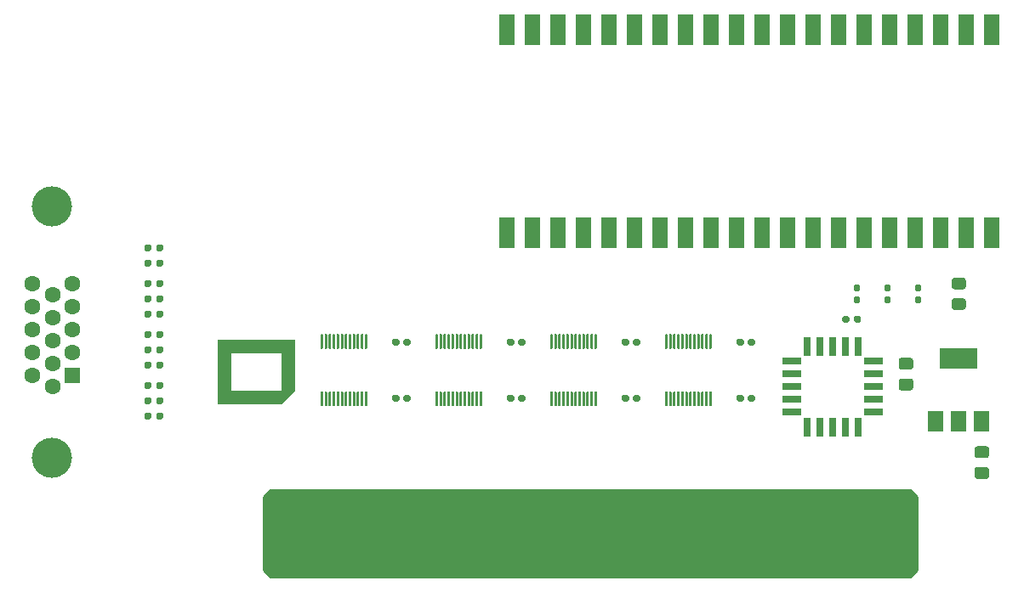
<source format=gts>
%TF.GenerationSoftware,KiCad,Pcbnew,(5.1.10)-1*%
%TF.CreationDate,2022-11-27T19:39:58-05:00*%
%TF.ProjectId,AppleII-Pico,4170706c-6549-4492-9d50-69636f2e6b69,rev?*%
%TF.SameCoordinates,Original*%
%TF.FileFunction,Soldermask,Top*%
%TF.FilePolarity,Negative*%
%FSLAX46Y46*%
G04 Gerber Fmt 4.6, Leading zero omitted, Abs format (unit mm)*
G04 Created by KiCad (PCBNEW (5.1.10)-1) date 2022-11-27 19:39:58*
%MOMM*%
%LPD*%
G01*
G04 APERTURE LIST*
%ADD10C,0.100000*%
%ADD11R,1.600000X3.100000*%
%ADD12R,1.500000X2.000000*%
%ADD13R,3.800000X2.000000*%
%ADD14R,1.925000X0.700000*%
%ADD15R,0.700000X1.925000*%
%ADD16C,4.000000*%
%ADD17C,1.600000*%
%ADD18R,1.600000X1.600000*%
%ADD19R,1.400000X8.000000*%
%ADD20C,0.254000*%
G04 APERTURE END LIST*
D10*
G36*
X112633000Y-115908000D02*
G01*
X111363000Y-115908000D01*
X111363000Y-112098000D01*
X112633000Y-110828000D01*
X112633000Y-115908000D01*
G37*
X112633000Y-115908000D02*
X111363000Y-115908000D01*
X111363000Y-112098000D01*
X112633000Y-110828000D01*
X112633000Y-115908000D01*
G36*
X111363000Y-117178000D02*
G01*
X105013000Y-117178000D01*
X106283000Y-115908000D01*
X112633000Y-115908000D01*
X111363000Y-117178000D01*
G37*
X111363000Y-117178000D02*
X105013000Y-117178000D01*
X106283000Y-115908000D01*
X112633000Y-115908000D01*
X111363000Y-117178000D01*
G36*
X106283000Y-112098000D02*
G01*
X106283000Y-115908000D01*
X105013000Y-117178000D01*
X105013000Y-110828000D01*
X106283000Y-112098000D01*
G37*
X106283000Y-112098000D02*
X106283000Y-115908000D01*
X105013000Y-117178000D01*
X105013000Y-110828000D01*
X106283000Y-112098000D01*
G36*
X111363000Y-112098000D02*
G01*
X106283000Y-112098000D01*
X105013000Y-110828000D01*
X112633000Y-110828000D01*
X111363000Y-112098000D01*
G37*
X111363000Y-112098000D02*
X106283000Y-112098000D01*
X105013000Y-110828000D01*
X112633000Y-110828000D01*
X111363000Y-112098000D01*
D11*
%TO.C,U6*%
X133842000Y-79900000D03*
X182102000Y-100160000D03*
X136382000Y-79900000D03*
X179562000Y-100160000D03*
X138922000Y-79900000D03*
X177022000Y-100160000D03*
X141462000Y-79900000D03*
X174482000Y-100160000D03*
X144002000Y-79900000D03*
X171942000Y-100160000D03*
X146542000Y-79900000D03*
X169402000Y-100160000D03*
X149082000Y-79900000D03*
X166862000Y-100160000D03*
X151622000Y-79900000D03*
X164322000Y-100160000D03*
X154162000Y-79900000D03*
X161782000Y-100160000D03*
X156702000Y-79900000D03*
X159242000Y-100160000D03*
X159242000Y-79900000D03*
X156702000Y-100160000D03*
X161782000Y-79900000D03*
X154162000Y-100160000D03*
X164322000Y-79900000D03*
X151622000Y-100160000D03*
X166862000Y-79900000D03*
X149082000Y-100160000D03*
X169402000Y-79900000D03*
X146542000Y-100160000D03*
X171942000Y-79900000D03*
X144002000Y-100160000D03*
X174482000Y-79900000D03*
X141462000Y-100160000D03*
X177022000Y-79900000D03*
X138922000Y-100160000D03*
X179562000Y-79900000D03*
X136382000Y-100160000D03*
X182102000Y-79900000D03*
X133842000Y-100160000D03*
%TD*%
%TO.C,C11*%
G36*
G01*
X180611000Y-123529500D02*
X181561000Y-123529500D01*
G75*
G02*
X181811000Y-123779500I0J-250000D01*
G01*
X181811000Y-124454500D01*
G75*
G02*
X181561000Y-124704500I-250000J0D01*
G01*
X180611000Y-124704500D01*
G75*
G02*
X180361000Y-124454500I0J250000D01*
G01*
X180361000Y-123779500D01*
G75*
G02*
X180611000Y-123529500I250000J0D01*
G01*
G37*
G36*
G01*
X180611000Y-121454500D02*
X181561000Y-121454500D01*
G75*
G02*
X181811000Y-121704500I0J-250000D01*
G01*
X181811000Y-122379500D01*
G75*
G02*
X181561000Y-122629500I-250000J0D01*
G01*
X180611000Y-122629500D01*
G75*
G02*
X180361000Y-122379500I0J250000D01*
G01*
X180361000Y-121704500D01*
G75*
G02*
X180611000Y-121454500I250000J0D01*
G01*
G37*
%TD*%
%TO.C,C10*%
G36*
G01*
X173054500Y-114707000D02*
X174004500Y-114707000D01*
G75*
G02*
X174254500Y-114957000I0J-250000D01*
G01*
X174254500Y-115632000D01*
G75*
G02*
X174004500Y-115882000I-250000J0D01*
G01*
X173054500Y-115882000D01*
G75*
G02*
X172804500Y-115632000I0J250000D01*
G01*
X172804500Y-114957000D01*
G75*
G02*
X173054500Y-114707000I250000J0D01*
G01*
G37*
G36*
G01*
X173054500Y-112632000D02*
X174004500Y-112632000D01*
G75*
G02*
X174254500Y-112882000I0J-250000D01*
G01*
X174254500Y-113557000D01*
G75*
G02*
X174004500Y-113807000I-250000J0D01*
G01*
X173054500Y-113807000D01*
G75*
G02*
X172804500Y-113557000I0J250000D01*
G01*
X172804500Y-112882000D01*
G75*
G02*
X173054500Y-112632000I250000J0D01*
G01*
G37*
%TD*%
D12*
%TO.C,U7*%
X176465000Y-118984000D03*
X181065000Y-118984000D03*
X178765000Y-118984000D03*
D13*
X178765000Y-112684000D03*
%TD*%
D14*
%TO.C,U5*%
X170279500Y-112987000D03*
X170279500Y-114257000D03*
X170279500Y-115527000D03*
X170279500Y-116797000D03*
X170279500Y-118067000D03*
D15*
X168767000Y-119579500D03*
X167497000Y-119579500D03*
X166227000Y-119579500D03*
X164957000Y-119579500D03*
X163687000Y-119579500D03*
D14*
X162174500Y-118067000D03*
X162174500Y-116797000D03*
X162174500Y-115527000D03*
X162174500Y-114257000D03*
X162174500Y-112987000D03*
D15*
X168767000Y-111474500D03*
X167497000Y-111474500D03*
X163687000Y-111474500D03*
X164957000Y-111474500D03*
X166227000Y-111474500D03*
%TD*%
%TO.C,C9*%
G36*
G01*
X168332000Y-108951000D02*
X168332000Y-108641000D01*
G75*
G02*
X168487000Y-108486000I155000J0D01*
G01*
X168912000Y-108486000D01*
G75*
G02*
X169067000Y-108641000I0J-155000D01*
G01*
X169067000Y-108951000D01*
G75*
G02*
X168912000Y-109106000I-155000J0D01*
G01*
X168487000Y-109106000D01*
G75*
G02*
X168332000Y-108951000I0J155000D01*
G01*
G37*
G36*
G01*
X167197000Y-108951000D02*
X167197000Y-108641000D01*
G75*
G02*
X167352000Y-108486000I155000J0D01*
G01*
X167777000Y-108486000D01*
G75*
G02*
X167932000Y-108641000I0J-155000D01*
G01*
X167932000Y-108951000D01*
G75*
G02*
X167777000Y-109106000I-155000J0D01*
G01*
X167352000Y-109106000D01*
G75*
G02*
X167197000Y-108951000I0J155000D01*
G01*
G37*
%TD*%
%TO.C,C8*%
G36*
G01*
X157791000Y-111237000D02*
X157791000Y-110927000D01*
G75*
G02*
X157946000Y-110772000I155000J0D01*
G01*
X158371000Y-110772000D01*
G75*
G02*
X158526000Y-110927000I0J-155000D01*
G01*
X158526000Y-111237000D01*
G75*
G02*
X158371000Y-111392000I-155000J0D01*
G01*
X157946000Y-111392000D01*
G75*
G02*
X157791000Y-111237000I0J155000D01*
G01*
G37*
G36*
G01*
X156656000Y-111237000D02*
X156656000Y-110927000D01*
G75*
G02*
X156811000Y-110772000I155000J0D01*
G01*
X157236000Y-110772000D01*
G75*
G02*
X157391000Y-110927000I0J-155000D01*
G01*
X157391000Y-111237000D01*
G75*
G02*
X157236000Y-111392000I-155000J0D01*
G01*
X156811000Y-111392000D01*
G75*
G02*
X156656000Y-111237000I0J155000D01*
G01*
G37*
%TD*%
%TO.C,C7*%
G36*
G01*
X157791000Y-116825000D02*
X157791000Y-116515000D01*
G75*
G02*
X157946000Y-116360000I155000J0D01*
G01*
X158371000Y-116360000D01*
G75*
G02*
X158526000Y-116515000I0J-155000D01*
G01*
X158526000Y-116825000D01*
G75*
G02*
X158371000Y-116980000I-155000J0D01*
G01*
X157946000Y-116980000D01*
G75*
G02*
X157791000Y-116825000I0J155000D01*
G01*
G37*
G36*
G01*
X156656000Y-116825000D02*
X156656000Y-116515000D01*
G75*
G02*
X156811000Y-116360000I155000J0D01*
G01*
X157236000Y-116360000D01*
G75*
G02*
X157391000Y-116515000I0J-155000D01*
G01*
X157391000Y-116825000D01*
G75*
G02*
X157236000Y-116980000I-155000J0D01*
G01*
X156811000Y-116980000D01*
G75*
G02*
X156656000Y-116825000I0J155000D01*
G01*
G37*
%TD*%
%TO.C,C6*%
G36*
G01*
X146361000Y-111237000D02*
X146361000Y-110927000D01*
G75*
G02*
X146516000Y-110772000I155000J0D01*
G01*
X146941000Y-110772000D01*
G75*
G02*
X147096000Y-110927000I0J-155000D01*
G01*
X147096000Y-111237000D01*
G75*
G02*
X146941000Y-111392000I-155000J0D01*
G01*
X146516000Y-111392000D01*
G75*
G02*
X146361000Y-111237000I0J155000D01*
G01*
G37*
G36*
G01*
X145226000Y-111237000D02*
X145226000Y-110927000D01*
G75*
G02*
X145381000Y-110772000I155000J0D01*
G01*
X145806000Y-110772000D01*
G75*
G02*
X145961000Y-110927000I0J-155000D01*
G01*
X145961000Y-111237000D01*
G75*
G02*
X145806000Y-111392000I-155000J0D01*
G01*
X145381000Y-111392000D01*
G75*
G02*
X145226000Y-111237000I0J155000D01*
G01*
G37*
%TD*%
%TO.C,C5*%
G36*
G01*
X146361000Y-116825000D02*
X146361000Y-116515000D01*
G75*
G02*
X146516000Y-116360000I155000J0D01*
G01*
X146941000Y-116360000D01*
G75*
G02*
X147096000Y-116515000I0J-155000D01*
G01*
X147096000Y-116825000D01*
G75*
G02*
X146941000Y-116980000I-155000J0D01*
G01*
X146516000Y-116980000D01*
G75*
G02*
X146361000Y-116825000I0J155000D01*
G01*
G37*
G36*
G01*
X145226000Y-116825000D02*
X145226000Y-116515000D01*
G75*
G02*
X145381000Y-116360000I155000J0D01*
G01*
X145806000Y-116360000D01*
G75*
G02*
X145961000Y-116515000I0J-155000D01*
G01*
X145961000Y-116825000D01*
G75*
G02*
X145806000Y-116980000I-155000J0D01*
G01*
X145381000Y-116980000D01*
G75*
G02*
X145226000Y-116825000I0J155000D01*
G01*
G37*
%TD*%
%TO.C,C4*%
G36*
G01*
X134931000Y-111237000D02*
X134931000Y-110927000D01*
G75*
G02*
X135086000Y-110772000I155000J0D01*
G01*
X135511000Y-110772000D01*
G75*
G02*
X135666000Y-110927000I0J-155000D01*
G01*
X135666000Y-111237000D01*
G75*
G02*
X135511000Y-111392000I-155000J0D01*
G01*
X135086000Y-111392000D01*
G75*
G02*
X134931000Y-111237000I0J155000D01*
G01*
G37*
G36*
G01*
X133796000Y-111237000D02*
X133796000Y-110927000D01*
G75*
G02*
X133951000Y-110772000I155000J0D01*
G01*
X134376000Y-110772000D01*
G75*
G02*
X134531000Y-110927000I0J-155000D01*
G01*
X134531000Y-111237000D01*
G75*
G02*
X134376000Y-111392000I-155000J0D01*
G01*
X133951000Y-111392000D01*
G75*
G02*
X133796000Y-111237000I0J155000D01*
G01*
G37*
%TD*%
%TO.C,C3*%
G36*
G01*
X134931000Y-116825000D02*
X134931000Y-116515000D01*
G75*
G02*
X135086000Y-116360000I155000J0D01*
G01*
X135511000Y-116360000D01*
G75*
G02*
X135666000Y-116515000I0J-155000D01*
G01*
X135666000Y-116825000D01*
G75*
G02*
X135511000Y-116980000I-155000J0D01*
G01*
X135086000Y-116980000D01*
G75*
G02*
X134931000Y-116825000I0J155000D01*
G01*
G37*
G36*
G01*
X133796000Y-116825000D02*
X133796000Y-116515000D01*
G75*
G02*
X133951000Y-116360000I155000J0D01*
G01*
X134376000Y-116360000D01*
G75*
G02*
X134531000Y-116515000I0J-155000D01*
G01*
X134531000Y-116825000D01*
G75*
G02*
X134376000Y-116980000I-155000J0D01*
G01*
X133951000Y-116980000D01*
G75*
G02*
X133796000Y-116825000I0J155000D01*
G01*
G37*
%TD*%
%TO.C,C2*%
G36*
G01*
X123501000Y-111237000D02*
X123501000Y-110927000D01*
G75*
G02*
X123656000Y-110772000I155000J0D01*
G01*
X124081000Y-110772000D01*
G75*
G02*
X124236000Y-110927000I0J-155000D01*
G01*
X124236000Y-111237000D01*
G75*
G02*
X124081000Y-111392000I-155000J0D01*
G01*
X123656000Y-111392000D01*
G75*
G02*
X123501000Y-111237000I0J155000D01*
G01*
G37*
G36*
G01*
X122366000Y-111237000D02*
X122366000Y-110927000D01*
G75*
G02*
X122521000Y-110772000I155000J0D01*
G01*
X122946000Y-110772000D01*
G75*
G02*
X123101000Y-110927000I0J-155000D01*
G01*
X123101000Y-111237000D01*
G75*
G02*
X122946000Y-111392000I-155000J0D01*
G01*
X122521000Y-111392000D01*
G75*
G02*
X122366000Y-111237000I0J155000D01*
G01*
G37*
%TD*%
%TO.C,C1*%
G36*
G01*
X123501000Y-116825000D02*
X123501000Y-116515000D01*
G75*
G02*
X123656000Y-116360000I155000J0D01*
G01*
X124081000Y-116360000D01*
G75*
G02*
X124236000Y-116515000I0J-155000D01*
G01*
X124236000Y-116825000D01*
G75*
G02*
X124081000Y-116980000I-155000J0D01*
G01*
X123656000Y-116980000D01*
G75*
G02*
X123501000Y-116825000I0J155000D01*
G01*
G37*
G36*
G01*
X122366000Y-116825000D02*
X122366000Y-116515000D01*
G75*
G02*
X122521000Y-116360000I155000J0D01*
G01*
X122946000Y-116360000D01*
G75*
G02*
X123101000Y-116515000I0J-155000D01*
G01*
X123101000Y-116825000D01*
G75*
G02*
X122946000Y-116980000I-155000J0D01*
G01*
X122521000Y-116980000D01*
G75*
G02*
X122366000Y-116825000I0J155000D01*
G01*
G37*
%TD*%
%TO.C,D1*%
G36*
G01*
X178349999Y-106706000D02*
X179250001Y-106706000D01*
G75*
G02*
X179500000Y-106955999I0J-249999D01*
G01*
X179500000Y-107606001D01*
G75*
G02*
X179250001Y-107856000I-249999J0D01*
G01*
X178349999Y-107856000D01*
G75*
G02*
X178100000Y-107606001I0J249999D01*
G01*
X178100000Y-106955999D01*
G75*
G02*
X178349999Y-106706000I249999J0D01*
G01*
G37*
G36*
G01*
X178349999Y-104656000D02*
X179250001Y-104656000D01*
G75*
G02*
X179500000Y-104905999I0J-249999D01*
G01*
X179500000Y-105556001D01*
G75*
G02*
X179250001Y-105806000I-249999J0D01*
G01*
X178349999Y-105806000D01*
G75*
G02*
X178100000Y-105556001I0J249999D01*
G01*
X178100000Y-104905999D01*
G75*
G02*
X178349999Y-104656000I249999J0D01*
G01*
G37*
%TD*%
D16*
%TO.C,J2*%
X88485000Y-122569000D03*
X88485000Y-97569000D03*
D17*
X86575000Y-105224000D03*
X86575000Y-107514000D03*
X86575000Y-109804000D03*
X86575000Y-112094000D03*
X86575000Y-114384000D03*
X88555000Y-106369000D03*
X88555000Y-108659000D03*
X88555000Y-110949000D03*
X88555000Y-113239000D03*
X88555000Y-115529000D03*
X90535000Y-105224000D03*
X90535000Y-107514000D03*
X90535000Y-109804000D03*
X90535000Y-112094000D03*
D18*
X90535000Y-114384000D03*
%TD*%
%TO.C,U4*%
G36*
G01*
X154013500Y-116001000D02*
X154138500Y-116001000D01*
G75*
G02*
X154201000Y-116063500I0J-62500D01*
G01*
X154201000Y-117413500D01*
G75*
G02*
X154138500Y-117476000I-62500J0D01*
G01*
X154013500Y-117476000D01*
G75*
G02*
X153951000Y-117413500I0J62500D01*
G01*
X153951000Y-116063500D01*
G75*
G02*
X154013500Y-116001000I62500J0D01*
G01*
G37*
G36*
G01*
X153613500Y-116001000D02*
X153738500Y-116001000D01*
G75*
G02*
X153801000Y-116063500I0J-62500D01*
G01*
X153801000Y-117413500D01*
G75*
G02*
X153738500Y-117476000I-62500J0D01*
G01*
X153613500Y-117476000D01*
G75*
G02*
X153551000Y-117413500I0J62500D01*
G01*
X153551000Y-116063500D01*
G75*
G02*
X153613500Y-116001000I62500J0D01*
G01*
G37*
G36*
G01*
X153213500Y-116001000D02*
X153338500Y-116001000D01*
G75*
G02*
X153401000Y-116063500I0J-62500D01*
G01*
X153401000Y-117413500D01*
G75*
G02*
X153338500Y-117476000I-62500J0D01*
G01*
X153213500Y-117476000D01*
G75*
G02*
X153151000Y-117413500I0J62500D01*
G01*
X153151000Y-116063500D01*
G75*
G02*
X153213500Y-116001000I62500J0D01*
G01*
G37*
G36*
G01*
X152813500Y-116001000D02*
X152938500Y-116001000D01*
G75*
G02*
X153001000Y-116063500I0J-62500D01*
G01*
X153001000Y-117413500D01*
G75*
G02*
X152938500Y-117476000I-62500J0D01*
G01*
X152813500Y-117476000D01*
G75*
G02*
X152751000Y-117413500I0J62500D01*
G01*
X152751000Y-116063500D01*
G75*
G02*
X152813500Y-116001000I62500J0D01*
G01*
G37*
G36*
G01*
X152413500Y-116001000D02*
X152538500Y-116001000D01*
G75*
G02*
X152601000Y-116063500I0J-62500D01*
G01*
X152601000Y-117413500D01*
G75*
G02*
X152538500Y-117476000I-62500J0D01*
G01*
X152413500Y-117476000D01*
G75*
G02*
X152351000Y-117413500I0J62500D01*
G01*
X152351000Y-116063500D01*
G75*
G02*
X152413500Y-116001000I62500J0D01*
G01*
G37*
G36*
G01*
X152013500Y-116001000D02*
X152138500Y-116001000D01*
G75*
G02*
X152201000Y-116063500I0J-62500D01*
G01*
X152201000Y-117413500D01*
G75*
G02*
X152138500Y-117476000I-62500J0D01*
G01*
X152013500Y-117476000D01*
G75*
G02*
X151951000Y-117413500I0J62500D01*
G01*
X151951000Y-116063500D01*
G75*
G02*
X152013500Y-116001000I62500J0D01*
G01*
G37*
G36*
G01*
X151613500Y-116001000D02*
X151738500Y-116001000D01*
G75*
G02*
X151801000Y-116063500I0J-62500D01*
G01*
X151801000Y-117413500D01*
G75*
G02*
X151738500Y-117476000I-62500J0D01*
G01*
X151613500Y-117476000D01*
G75*
G02*
X151551000Y-117413500I0J62500D01*
G01*
X151551000Y-116063500D01*
G75*
G02*
X151613500Y-116001000I62500J0D01*
G01*
G37*
G36*
G01*
X151213500Y-116001000D02*
X151338500Y-116001000D01*
G75*
G02*
X151401000Y-116063500I0J-62500D01*
G01*
X151401000Y-117413500D01*
G75*
G02*
X151338500Y-117476000I-62500J0D01*
G01*
X151213500Y-117476000D01*
G75*
G02*
X151151000Y-117413500I0J62500D01*
G01*
X151151000Y-116063500D01*
G75*
G02*
X151213500Y-116001000I62500J0D01*
G01*
G37*
G36*
G01*
X150813500Y-116001000D02*
X150938500Y-116001000D01*
G75*
G02*
X151001000Y-116063500I0J-62500D01*
G01*
X151001000Y-117413500D01*
G75*
G02*
X150938500Y-117476000I-62500J0D01*
G01*
X150813500Y-117476000D01*
G75*
G02*
X150751000Y-117413500I0J62500D01*
G01*
X150751000Y-116063500D01*
G75*
G02*
X150813500Y-116001000I62500J0D01*
G01*
G37*
G36*
G01*
X150413500Y-116001000D02*
X150538500Y-116001000D01*
G75*
G02*
X150601000Y-116063500I0J-62500D01*
G01*
X150601000Y-117413500D01*
G75*
G02*
X150538500Y-117476000I-62500J0D01*
G01*
X150413500Y-117476000D01*
G75*
G02*
X150351000Y-117413500I0J62500D01*
G01*
X150351000Y-116063500D01*
G75*
G02*
X150413500Y-116001000I62500J0D01*
G01*
G37*
G36*
G01*
X150013500Y-116001000D02*
X150138500Y-116001000D01*
G75*
G02*
X150201000Y-116063500I0J-62500D01*
G01*
X150201000Y-117413500D01*
G75*
G02*
X150138500Y-117476000I-62500J0D01*
G01*
X150013500Y-117476000D01*
G75*
G02*
X149951000Y-117413500I0J62500D01*
G01*
X149951000Y-116063500D01*
G75*
G02*
X150013500Y-116001000I62500J0D01*
G01*
G37*
G36*
G01*
X149613500Y-116001000D02*
X149738500Y-116001000D01*
G75*
G02*
X149801000Y-116063500I0J-62500D01*
G01*
X149801000Y-117413500D01*
G75*
G02*
X149738500Y-117476000I-62500J0D01*
G01*
X149613500Y-117476000D01*
G75*
G02*
X149551000Y-117413500I0J62500D01*
G01*
X149551000Y-116063500D01*
G75*
G02*
X149613500Y-116001000I62500J0D01*
G01*
G37*
G36*
G01*
X149613500Y-110276000D02*
X149738500Y-110276000D01*
G75*
G02*
X149801000Y-110338500I0J-62500D01*
G01*
X149801000Y-111688500D01*
G75*
G02*
X149738500Y-111751000I-62500J0D01*
G01*
X149613500Y-111751000D01*
G75*
G02*
X149551000Y-111688500I0J62500D01*
G01*
X149551000Y-110338500D01*
G75*
G02*
X149613500Y-110276000I62500J0D01*
G01*
G37*
G36*
G01*
X150013500Y-110276000D02*
X150138500Y-110276000D01*
G75*
G02*
X150201000Y-110338500I0J-62500D01*
G01*
X150201000Y-111688500D01*
G75*
G02*
X150138500Y-111751000I-62500J0D01*
G01*
X150013500Y-111751000D01*
G75*
G02*
X149951000Y-111688500I0J62500D01*
G01*
X149951000Y-110338500D01*
G75*
G02*
X150013500Y-110276000I62500J0D01*
G01*
G37*
G36*
G01*
X150413500Y-110276000D02*
X150538500Y-110276000D01*
G75*
G02*
X150601000Y-110338500I0J-62500D01*
G01*
X150601000Y-111688500D01*
G75*
G02*
X150538500Y-111751000I-62500J0D01*
G01*
X150413500Y-111751000D01*
G75*
G02*
X150351000Y-111688500I0J62500D01*
G01*
X150351000Y-110338500D01*
G75*
G02*
X150413500Y-110276000I62500J0D01*
G01*
G37*
G36*
G01*
X150813500Y-110276000D02*
X150938500Y-110276000D01*
G75*
G02*
X151001000Y-110338500I0J-62500D01*
G01*
X151001000Y-111688500D01*
G75*
G02*
X150938500Y-111751000I-62500J0D01*
G01*
X150813500Y-111751000D01*
G75*
G02*
X150751000Y-111688500I0J62500D01*
G01*
X150751000Y-110338500D01*
G75*
G02*
X150813500Y-110276000I62500J0D01*
G01*
G37*
G36*
G01*
X151213500Y-110276000D02*
X151338500Y-110276000D01*
G75*
G02*
X151401000Y-110338500I0J-62500D01*
G01*
X151401000Y-111688500D01*
G75*
G02*
X151338500Y-111751000I-62500J0D01*
G01*
X151213500Y-111751000D01*
G75*
G02*
X151151000Y-111688500I0J62500D01*
G01*
X151151000Y-110338500D01*
G75*
G02*
X151213500Y-110276000I62500J0D01*
G01*
G37*
G36*
G01*
X151613500Y-110276000D02*
X151738500Y-110276000D01*
G75*
G02*
X151801000Y-110338500I0J-62500D01*
G01*
X151801000Y-111688500D01*
G75*
G02*
X151738500Y-111751000I-62500J0D01*
G01*
X151613500Y-111751000D01*
G75*
G02*
X151551000Y-111688500I0J62500D01*
G01*
X151551000Y-110338500D01*
G75*
G02*
X151613500Y-110276000I62500J0D01*
G01*
G37*
G36*
G01*
X152013500Y-110276000D02*
X152138500Y-110276000D01*
G75*
G02*
X152201000Y-110338500I0J-62500D01*
G01*
X152201000Y-111688500D01*
G75*
G02*
X152138500Y-111751000I-62500J0D01*
G01*
X152013500Y-111751000D01*
G75*
G02*
X151951000Y-111688500I0J62500D01*
G01*
X151951000Y-110338500D01*
G75*
G02*
X152013500Y-110276000I62500J0D01*
G01*
G37*
G36*
G01*
X152413500Y-110276000D02*
X152538500Y-110276000D01*
G75*
G02*
X152601000Y-110338500I0J-62500D01*
G01*
X152601000Y-111688500D01*
G75*
G02*
X152538500Y-111751000I-62500J0D01*
G01*
X152413500Y-111751000D01*
G75*
G02*
X152351000Y-111688500I0J62500D01*
G01*
X152351000Y-110338500D01*
G75*
G02*
X152413500Y-110276000I62500J0D01*
G01*
G37*
G36*
G01*
X152813500Y-110276000D02*
X152938500Y-110276000D01*
G75*
G02*
X153001000Y-110338500I0J-62500D01*
G01*
X153001000Y-111688500D01*
G75*
G02*
X152938500Y-111751000I-62500J0D01*
G01*
X152813500Y-111751000D01*
G75*
G02*
X152751000Y-111688500I0J62500D01*
G01*
X152751000Y-110338500D01*
G75*
G02*
X152813500Y-110276000I62500J0D01*
G01*
G37*
G36*
G01*
X153213500Y-110276000D02*
X153338500Y-110276000D01*
G75*
G02*
X153401000Y-110338500I0J-62500D01*
G01*
X153401000Y-111688500D01*
G75*
G02*
X153338500Y-111751000I-62500J0D01*
G01*
X153213500Y-111751000D01*
G75*
G02*
X153151000Y-111688500I0J62500D01*
G01*
X153151000Y-110338500D01*
G75*
G02*
X153213500Y-110276000I62500J0D01*
G01*
G37*
G36*
G01*
X153613500Y-110276000D02*
X153738500Y-110276000D01*
G75*
G02*
X153801000Y-110338500I0J-62500D01*
G01*
X153801000Y-111688500D01*
G75*
G02*
X153738500Y-111751000I-62500J0D01*
G01*
X153613500Y-111751000D01*
G75*
G02*
X153551000Y-111688500I0J62500D01*
G01*
X153551000Y-110338500D01*
G75*
G02*
X153613500Y-110276000I62500J0D01*
G01*
G37*
G36*
G01*
X154013500Y-110276000D02*
X154138500Y-110276000D01*
G75*
G02*
X154201000Y-110338500I0J-62500D01*
G01*
X154201000Y-111688500D01*
G75*
G02*
X154138500Y-111751000I-62500J0D01*
G01*
X154013500Y-111751000D01*
G75*
G02*
X153951000Y-111688500I0J62500D01*
G01*
X153951000Y-110338500D01*
G75*
G02*
X154013500Y-110276000I62500J0D01*
G01*
G37*
%TD*%
%TO.C,U3*%
G36*
G01*
X142583500Y-116001000D02*
X142708500Y-116001000D01*
G75*
G02*
X142771000Y-116063500I0J-62500D01*
G01*
X142771000Y-117413500D01*
G75*
G02*
X142708500Y-117476000I-62500J0D01*
G01*
X142583500Y-117476000D01*
G75*
G02*
X142521000Y-117413500I0J62500D01*
G01*
X142521000Y-116063500D01*
G75*
G02*
X142583500Y-116001000I62500J0D01*
G01*
G37*
G36*
G01*
X142183500Y-116001000D02*
X142308500Y-116001000D01*
G75*
G02*
X142371000Y-116063500I0J-62500D01*
G01*
X142371000Y-117413500D01*
G75*
G02*
X142308500Y-117476000I-62500J0D01*
G01*
X142183500Y-117476000D01*
G75*
G02*
X142121000Y-117413500I0J62500D01*
G01*
X142121000Y-116063500D01*
G75*
G02*
X142183500Y-116001000I62500J0D01*
G01*
G37*
G36*
G01*
X141783500Y-116001000D02*
X141908500Y-116001000D01*
G75*
G02*
X141971000Y-116063500I0J-62500D01*
G01*
X141971000Y-117413500D01*
G75*
G02*
X141908500Y-117476000I-62500J0D01*
G01*
X141783500Y-117476000D01*
G75*
G02*
X141721000Y-117413500I0J62500D01*
G01*
X141721000Y-116063500D01*
G75*
G02*
X141783500Y-116001000I62500J0D01*
G01*
G37*
G36*
G01*
X141383500Y-116001000D02*
X141508500Y-116001000D01*
G75*
G02*
X141571000Y-116063500I0J-62500D01*
G01*
X141571000Y-117413500D01*
G75*
G02*
X141508500Y-117476000I-62500J0D01*
G01*
X141383500Y-117476000D01*
G75*
G02*
X141321000Y-117413500I0J62500D01*
G01*
X141321000Y-116063500D01*
G75*
G02*
X141383500Y-116001000I62500J0D01*
G01*
G37*
G36*
G01*
X140983500Y-116001000D02*
X141108500Y-116001000D01*
G75*
G02*
X141171000Y-116063500I0J-62500D01*
G01*
X141171000Y-117413500D01*
G75*
G02*
X141108500Y-117476000I-62500J0D01*
G01*
X140983500Y-117476000D01*
G75*
G02*
X140921000Y-117413500I0J62500D01*
G01*
X140921000Y-116063500D01*
G75*
G02*
X140983500Y-116001000I62500J0D01*
G01*
G37*
G36*
G01*
X140583500Y-116001000D02*
X140708500Y-116001000D01*
G75*
G02*
X140771000Y-116063500I0J-62500D01*
G01*
X140771000Y-117413500D01*
G75*
G02*
X140708500Y-117476000I-62500J0D01*
G01*
X140583500Y-117476000D01*
G75*
G02*
X140521000Y-117413500I0J62500D01*
G01*
X140521000Y-116063500D01*
G75*
G02*
X140583500Y-116001000I62500J0D01*
G01*
G37*
G36*
G01*
X140183500Y-116001000D02*
X140308500Y-116001000D01*
G75*
G02*
X140371000Y-116063500I0J-62500D01*
G01*
X140371000Y-117413500D01*
G75*
G02*
X140308500Y-117476000I-62500J0D01*
G01*
X140183500Y-117476000D01*
G75*
G02*
X140121000Y-117413500I0J62500D01*
G01*
X140121000Y-116063500D01*
G75*
G02*
X140183500Y-116001000I62500J0D01*
G01*
G37*
G36*
G01*
X139783500Y-116001000D02*
X139908500Y-116001000D01*
G75*
G02*
X139971000Y-116063500I0J-62500D01*
G01*
X139971000Y-117413500D01*
G75*
G02*
X139908500Y-117476000I-62500J0D01*
G01*
X139783500Y-117476000D01*
G75*
G02*
X139721000Y-117413500I0J62500D01*
G01*
X139721000Y-116063500D01*
G75*
G02*
X139783500Y-116001000I62500J0D01*
G01*
G37*
G36*
G01*
X139383500Y-116001000D02*
X139508500Y-116001000D01*
G75*
G02*
X139571000Y-116063500I0J-62500D01*
G01*
X139571000Y-117413500D01*
G75*
G02*
X139508500Y-117476000I-62500J0D01*
G01*
X139383500Y-117476000D01*
G75*
G02*
X139321000Y-117413500I0J62500D01*
G01*
X139321000Y-116063500D01*
G75*
G02*
X139383500Y-116001000I62500J0D01*
G01*
G37*
G36*
G01*
X138983500Y-116001000D02*
X139108500Y-116001000D01*
G75*
G02*
X139171000Y-116063500I0J-62500D01*
G01*
X139171000Y-117413500D01*
G75*
G02*
X139108500Y-117476000I-62500J0D01*
G01*
X138983500Y-117476000D01*
G75*
G02*
X138921000Y-117413500I0J62500D01*
G01*
X138921000Y-116063500D01*
G75*
G02*
X138983500Y-116001000I62500J0D01*
G01*
G37*
G36*
G01*
X138583500Y-116001000D02*
X138708500Y-116001000D01*
G75*
G02*
X138771000Y-116063500I0J-62500D01*
G01*
X138771000Y-117413500D01*
G75*
G02*
X138708500Y-117476000I-62500J0D01*
G01*
X138583500Y-117476000D01*
G75*
G02*
X138521000Y-117413500I0J62500D01*
G01*
X138521000Y-116063500D01*
G75*
G02*
X138583500Y-116001000I62500J0D01*
G01*
G37*
G36*
G01*
X138183500Y-116001000D02*
X138308500Y-116001000D01*
G75*
G02*
X138371000Y-116063500I0J-62500D01*
G01*
X138371000Y-117413500D01*
G75*
G02*
X138308500Y-117476000I-62500J0D01*
G01*
X138183500Y-117476000D01*
G75*
G02*
X138121000Y-117413500I0J62500D01*
G01*
X138121000Y-116063500D01*
G75*
G02*
X138183500Y-116001000I62500J0D01*
G01*
G37*
G36*
G01*
X138183500Y-110276000D02*
X138308500Y-110276000D01*
G75*
G02*
X138371000Y-110338500I0J-62500D01*
G01*
X138371000Y-111688500D01*
G75*
G02*
X138308500Y-111751000I-62500J0D01*
G01*
X138183500Y-111751000D01*
G75*
G02*
X138121000Y-111688500I0J62500D01*
G01*
X138121000Y-110338500D01*
G75*
G02*
X138183500Y-110276000I62500J0D01*
G01*
G37*
G36*
G01*
X138583500Y-110276000D02*
X138708500Y-110276000D01*
G75*
G02*
X138771000Y-110338500I0J-62500D01*
G01*
X138771000Y-111688500D01*
G75*
G02*
X138708500Y-111751000I-62500J0D01*
G01*
X138583500Y-111751000D01*
G75*
G02*
X138521000Y-111688500I0J62500D01*
G01*
X138521000Y-110338500D01*
G75*
G02*
X138583500Y-110276000I62500J0D01*
G01*
G37*
G36*
G01*
X138983500Y-110276000D02*
X139108500Y-110276000D01*
G75*
G02*
X139171000Y-110338500I0J-62500D01*
G01*
X139171000Y-111688500D01*
G75*
G02*
X139108500Y-111751000I-62500J0D01*
G01*
X138983500Y-111751000D01*
G75*
G02*
X138921000Y-111688500I0J62500D01*
G01*
X138921000Y-110338500D01*
G75*
G02*
X138983500Y-110276000I62500J0D01*
G01*
G37*
G36*
G01*
X139383500Y-110276000D02*
X139508500Y-110276000D01*
G75*
G02*
X139571000Y-110338500I0J-62500D01*
G01*
X139571000Y-111688500D01*
G75*
G02*
X139508500Y-111751000I-62500J0D01*
G01*
X139383500Y-111751000D01*
G75*
G02*
X139321000Y-111688500I0J62500D01*
G01*
X139321000Y-110338500D01*
G75*
G02*
X139383500Y-110276000I62500J0D01*
G01*
G37*
G36*
G01*
X139783500Y-110276000D02*
X139908500Y-110276000D01*
G75*
G02*
X139971000Y-110338500I0J-62500D01*
G01*
X139971000Y-111688500D01*
G75*
G02*
X139908500Y-111751000I-62500J0D01*
G01*
X139783500Y-111751000D01*
G75*
G02*
X139721000Y-111688500I0J62500D01*
G01*
X139721000Y-110338500D01*
G75*
G02*
X139783500Y-110276000I62500J0D01*
G01*
G37*
G36*
G01*
X140183500Y-110276000D02*
X140308500Y-110276000D01*
G75*
G02*
X140371000Y-110338500I0J-62500D01*
G01*
X140371000Y-111688500D01*
G75*
G02*
X140308500Y-111751000I-62500J0D01*
G01*
X140183500Y-111751000D01*
G75*
G02*
X140121000Y-111688500I0J62500D01*
G01*
X140121000Y-110338500D01*
G75*
G02*
X140183500Y-110276000I62500J0D01*
G01*
G37*
G36*
G01*
X140583500Y-110276000D02*
X140708500Y-110276000D01*
G75*
G02*
X140771000Y-110338500I0J-62500D01*
G01*
X140771000Y-111688500D01*
G75*
G02*
X140708500Y-111751000I-62500J0D01*
G01*
X140583500Y-111751000D01*
G75*
G02*
X140521000Y-111688500I0J62500D01*
G01*
X140521000Y-110338500D01*
G75*
G02*
X140583500Y-110276000I62500J0D01*
G01*
G37*
G36*
G01*
X140983500Y-110276000D02*
X141108500Y-110276000D01*
G75*
G02*
X141171000Y-110338500I0J-62500D01*
G01*
X141171000Y-111688500D01*
G75*
G02*
X141108500Y-111751000I-62500J0D01*
G01*
X140983500Y-111751000D01*
G75*
G02*
X140921000Y-111688500I0J62500D01*
G01*
X140921000Y-110338500D01*
G75*
G02*
X140983500Y-110276000I62500J0D01*
G01*
G37*
G36*
G01*
X141383500Y-110276000D02*
X141508500Y-110276000D01*
G75*
G02*
X141571000Y-110338500I0J-62500D01*
G01*
X141571000Y-111688500D01*
G75*
G02*
X141508500Y-111751000I-62500J0D01*
G01*
X141383500Y-111751000D01*
G75*
G02*
X141321000Y-111688500I0J62500D01*
G01*
X141321000Y-110338500D01*
G75*
G02*
X141383500Y-110276000I62500J0D01*
G01*
G37*
G36*
G01*
X141783500Y-110276000D02*
X141908500Y-110276000D01*
G75*
G02*
X141971000Y-110338500I0J-62500D01*
G01*
X141971000Y-111688500D01*
G75*
G02*
X141908500Y-111751000I-62500J0D01*
G01*
X141783500Y-111751000D01*
G75*
G02*
X141721000Y-111688500I0J62500D01*
G01*
X141721000Y-110338500D01*
G75*
G02*
X141783500Y-110276000I62500J0D01*
G01*
G37*
G36*
G01*
X142183500Y-110276000D02*
X142308500Y-110276000D01*
G75*
G02*
X142371000Y-110338500I0J-62500D01*
G01*
X142371000Y-111688500D01*
G75*
G02*
X142308500Y-111751000I-62500J0D01*
G01*
X142183500Y-111751000D01*
G75*
G02*
X142121000Y-111688500I0J62500D01*
G01*
X142121000Y-110338500D01*
G75*
G02*
X142183500Y-110276000I62500J0D01*
G01*
G37*
G36*
G01*
X142583500Y-110276000D02*
X142708500Y-110276000D01*
G75*
G02*
X142771000Y-110338500I0J-62500D01*
G01*
X142771000Y-111688500D01*
G75*
G02*
X142708500Y-111751000I-62500J0D01*
G01*
X142583500Y-111751000D01*
G75*
G02*
X142521000Y-111688500I0J62500D01*
G01*
X142521000Y-110338500D01*
G75*
G02*
X142583500Y-110276000I62500J0D01*
G01*
G37*
%TD*%
%TO.C,U1*%
G36*
G01*
X119723500Y-116001000D02*
X119848500Y-116001000D01*
G75*
G02*
X119911000Y-116063500I0J-62500D01*
G01*
X119911000Y-117413500D01*
G75*
G02*
X119848500Y-117476000I-62500J0D01*
G01*
X119723500Y-117476000D01*
G75*
G02*
X119661000Y-117413500I0J62500D01*
G01*
X119661000Y-116063500D01*
G75*
G02*
X119723500Y-116001000I62500J0D01*
G01*
G37*
G36*
G01*
X119323500Y-116001000D02*
X119448500Y-116001000D01*
G75*
G02*
X119511000Y-116063500I0J-62500D01*
G01*
X119511000Y-117413500D01*
G75*
G02*
X119448500Y-117476000I-62500J0D01*
G01*
X119323500Y-117476000D01*
G75*
G02*
X119261000Y-117413500I0J62500D01*
G01*
X119261000Y-116063500D01*
G75*
G02*
X119323500Y-116001000I62500J0D01*
G01*
G37*
G36*
G01*
X118923500Y-116001000D02*
X119048500Y-116001000D01*
G75*
G02*
X119111000Y-116063500I0J-62500D01*
G01*
X119111000Y-117413500D01*
G75*
G02*
X119048500Y-117476000I-62500J0D01*
G01*
X118923500Y-117476000D01*
G75*
G02*
X118861000Y-117413500I0J62500D01*
G01*
X118861000Y-116063500D01*
G75*
G02*
X118923500Y-116001000I62500J0D01*
G01*
G37*
G36*
G01*
X118523500Y-116001000D02*
X118648500Y-116001000D01*
G75*
G02*
X118711000Y-116063500I0J-62500D01*
G01*
X118711000Y-117413500D01*
G75*
G02*
X118648500Y-117476000I-62500J0D01*
G01*
X118523500Y-117476000D01*
G75*
G02*
X118461000Y-117413500I0J62500D01*
G01*
X118461000Y-116063500D01*
G75*
G02*
X118523500Y-116001000I62500J0D01*
G01*
G37*
G36*
G01*
X118123500Y-116001000D02*
X118248500Y-116001000D01*
G75*
G02*
X118311000Y-116063500I0J-62500D01*
G01*
X118311000Y-117413500D01*
G75*
G02*
X118248500Y-117476000I-62500J0D01*
G01*
X118123500Y-117476000D01*
G75*
G02*
X118061000Y-117413500I0J62500D01*
G01*
X118061000Y-116063500D01*
G75*
G02*
X118123500Y-116001000I62500J0D01*
G01*
G37*
G36*
G01*
X117723500Y-116001000D02*
X117848500Y-116001000D01*
G75*
G02*
X117911000Y-116063500I0J-62500D01*
G01*
X117911000Y-117413500D01*
G75*
G02*
X117848500Y-117476000I-62500J0D01*
G01*
X117723500Y-117476000D01*
G75*
G02*
X117661000Y-117413500I0J62500D01*
G01*
X117661000Y-116063500D01*
G75*
G02*
X117723500Y-116001000I62500J0D01*
G01*
G37*
G36*
G01*
X117323500Y-116001000D02*
X117448500Y-116001000D01*
G75*
G02*
X117511000Y-116063500I0J-62500D01*
G01*
X117511000Y-117413500D01*
G75*
G02*
X117448500Y-117476000I-62500J0D01*
G01*
X117323500Y-117476000D01*
G75*
G02*
X117261000Y-117413500I0J62500D01*
G01*
X117261000Y-116063500D01*
G75*
G02*
X117323500Y-116001000I62500J0D01*
G01*
G37*
G36*
G01*
X116923500Y-116001000D02*
X117048500Y-116001000D01*
G75*
G02*
X117111000Y-116063500I0J-62500D01*
G01*
X117111000Y-117413500D01*
G75*
G02*
X117048500Y-117476000I-62500J0D01*
G01*
X116923500Y-117476000D01*
G75*
G02*
X116861000Y-117413500I0J62500D01*
G01*
X116861000Y-116063500D01*
G75*
G02*
X116923500Y-116001000I62500J0D01*
G01*
G37*
G36*
G01*
X116523500Y-116001000D02*
X116648500Y-116001000D01*
G75*
G02*
X116711000Y-116063500I0J-62500D01*
G01*
X116711000Y-117413500D01*
G75*
G02*
X116648500Y-117476000I-62500J0D01*
G01*
X116523500Y-117476000D01*
G75*
G02*
X116461000Y-117413500I0J62500D01*
G01*
X116461000Y-116063500D01*
G75*
G02*
X116523500Y-116001000I62500J0D01*
G01*
G37*
G36*
G01*
X116123500Y-116001000D02*
X116248500Y-116001000D01*
G75*
G02*
X116311000Y-116063500I0J-62500D01*
G01*
X116311000Y-117413500D01*
G75*
G02*
X116248500Y-117476000I-62500J0D01*
G01*
X116123500Y-117476000D01*
G75*
G02*
X116061000Y-117413500I0J62500D01*
G01*
X116061000Y-116063500D01*
G75*
G02*
X116123500Y-116001000I62500J0D01*
G01*
G37*
G36*
G01*
X115723500Y-116001000D02*
X115848500Y-116001000D01*
G75*
G02*
X115911000Y-116063500I0J-62500D01*
G01*
X115911000Y-117413500D01*
G75*
G02*
X115848500Y-117476000I-62500J0D01*
G01*
X115723500Y-117476000D01*
G75*
G02*
X115661000Y-117413500I0J62500D01*
G01*
X115661000Y-116063500D01*
G75*
G02*
X115723500Y-116001000I62500J0D01*
G01*
G37*
G36*
G01*
X115323500Y-116001000D02*
X115448500Y-116001000D01*
G75*
G02*
X115511000Y-116063500I0J-62500D01*
G01*
X115511000Y-117413500D01*
G75*
G02*
X115448500Y-117476000I-62500J0D01*
G01*
X115323500Y-117476000D01*
G75*
G02*
X115261000Y-117413500I0J62500D01*
G01*
X115261000Y-116063500D01*
G75*
G02*
X115323500Y-116001000I62500J0D01*
G01*
G37*
G36*
G01*
X115323500Y-110276000D02*
X115448500Y-110276000D01*
G75*
G02*
X115511000Y-110338500I0J-62500D01*
G01*
X115511000Y-111688500D01*
G75*
G02*
X115448500Y-111751000I-62500J0D01*
G01*
X115323500Y-111751000D01*
G75*
G02*
X115261000Y-111688500I0J62500D01*
G01*
X115261000Y-110338500D01*
G75*
G02*
X115323500Y-110276000I62500J0D01*
G01*
G37*
G36*
G01*
X115723500Y-110276000D02*
X115848500Y-110276000D01*
G75*
G02*
X115911000Y-110338500I0J-62500D01*
G01*
X115911000Y-111688500D01*
G75*
G02*
X115848500Y-111751000I-62500J0D01*
G01*
X115723500Y-111751000D01*
G75*
G02*
X115661000Y-111688500I0J62500D01*
G01*
X115661000Y-110338500D01*
G75*
G02*
X115723500Y-110276000I62500J0D01*
G01*
G37*
G36*
G01*
X116123500Y-110276000D02*
X116248500Y-110276000D01*
G75*
G02*
X116311000Y-110338500I0J-62500D01*
G01*
X116311000Y-111688500D01*
G75*
G02*
X116248500Y-111751000I-62500J0D01*
G01*
X116123500Y-111751000D01*
G75*
G02*
X116061000Y-111688500I0J62500D01*
G01*
X116061000Y-110338500D01*
G75*
G02*
X116123500Y-110276000I62500J0D01*
G01*
G37*
G36*
G01*
X116523500Y-110276000D02*
X116648500Y-110276000D01*
G75*
G02*
X116711000Y-110338500I0J-62500D01*
G01*
X116711000Y-111688500D01*
G75*
G02*
X116648500Y-111751000I-62500J0D01*
G01*
X116523500Y-111751000D01*
G75*
G02*
X116461000Y-111688500I0J62500D01*
G01*
X116461000Y-110338500D01*
G75*
G02*
X116523500Y-110276000I62500J0D01*
G01*
G37*
G36*
G01*
X116923500Y-110276000D02*
X117048500Y-110276000D01*
G75*
G02*
X117111000Y-110338500I0J-62500D01*
G01*
X117111000Y-111688500D01*
G75*
G02*
X117048500Y-111751000I-62500J0D01*
G01*
X116923500Y-111751000D01*
G75*
G02*
X116861000Y-111688500I0J62500D01*
G01*
X116861000Y-110338500D01*
G75*
G02*
X116923500Y-110276000I62500J0D01*
G01*
G37*
G36*
G01*
X117323500Y-110276000D02*
X117448500Y-110276000D01*
G75*
G02*
X117511000Y-110338500I0J-62500D01*
G01*
X117511000Y-111688500D01*
G75*
G02*
X117448500Y-111751000I-62500J0D01*
G01*
X117323500Y-111751000D01*
G75*
G02*
X117261000Y-111688500I0J62500D01*
G01*
X117261000Y-110338500D01*
G75*
G02*
X117323500Y-110276000I62500J0D01*
G01*
G37*
G36*
G01*
X117723500Y-110276000D02*
X117848500Y-110276000D01*
G75*
G02*
X117911000Y-110338500I0J-62500D01*
G01*
X117911000Y-111688500D01*
G75*
G02*
X117848500Y-111751000I-62500J0D01*
G01*
X117723500Y-111751000D01*
G75*
G02*
X117661000Y-111688500I0J62500D01*
G01*
X117661000Y-110338500D01*
G75*
G02*
X117723500Y-110276000I62500J0D01*
G01*
G37*
G36*
G01*
X118123500Y-110276000D02*
X118248500Y-110276000D01*
G75*
G02*
X118311000Y-110338500I0J-62500D01*
G01*
X118311000Y-111688500D01*
G75*
G02*
X118248500Y-111751000I-62500J0D01*
G01*
X118123500Y-111751000D01*
G75*
G02*
X118061000Y-111688500I0J62500D01*
G01*
X118061000Y-110338500D01*
G75*
G02*
X118123500Y-110276000I62500J0D01*
G01*
G37*
G36*
G01*
X118523500Y-110276000D02*
X118648500Y-110276000D01*
G75*
G02*
X118711000Y-110338500I0J-62500D01*
G01*
X118711000Y-111688500D01*
G75*
G02*
X118648500Y-111751000I-62500J0D01*
G01*
X118523500Y-111751000D01*
G75*
G02*
X118461000Y-111688500I0J62500D01*
G01*
X118461000Y-110338500D01*
G75*
G02*
X118523500Y-110276000I62500J0D01*
G01*
G37*
G36*
G01*
X118923500Y-110276000D02*
X119048500Y-110276000D01*
G75*
G02*
X119111000Y-110338500I0J-62500D01*
G01*
X119111000Y-111688500D01*
G75*
G02*
X119048500Y-111751000I-62500J0D01*
G01*
X118923500Y-111751000D01*
G75*
G02*
X118861000Y-111688500I0J62500D01*
G01*
X118861000Y-110338500D01*
G75*
G02*
X118923500Y-110276000I62500J0D01*
G01*
G37*
G36*
G01*
X119323500Y-110276000D02*
X119448500Y-110276000D01*
G75*
G02*
X119511000Y-110338500I0J-62500D01*
G01*
X119511000Y-111688500D01*
G75*
G02*
X119448500Y-111751000I-62500J0D01*
G01*
X119323500Y-111751000D01*
G75*
G02*
X119261000Y-111688500I0J62500D01*
G01*
X119261000Y-110338500D01*
G75*
G02*
X119323500Y-110276000I62500J0D01*
G01*
G37*
G36*
G01*
X119723500Y-110276000D02*
X119848500Y-110276000D01*
G75*
G02*
X119911000Y-110338500I0J-62500D01*
G01*
X119911000Y-111688500D01*
G75*
G02*
X119848500Y-111751000I-62500J0D01*
G01*
X119723500Y-111751000D01*
G75*
G02*
X119661000Y-111688500I0J62500D01*
G01*
X119661000Y-110338500D01*
G75*
G02*
X119723500Y-110276000I62500J0D01*
G01*
G37*
%TD*%
%TO.C,U2*%
G36*
G01*
X131153500Y-116001000D02*
X131278500Y-116001000D01*
G75*
G02*
X131341000Y-116063500I0J-62500D01*
G01*
X131341000Y-117413500D01*
G75*
G02*
X131278500Y-117476000I-62500J0D01*
G01*
X131153500Y-117476000D01*
G75*
G02*
X131091000Y-117413500I0J62500D01*
G01*
X131091000Y-116063500D01*
G75*
G02*
X131153500Y-116001000I62500J0D01*
G01*
G37*
G36*
G01*
X130753500Y-116001000D02*
X130878500Y-116001000D01*
G75*
G02*
X130941000Y-116063500I0J-62500D01*
G01*
X130941000Y-117413500D01*
G75*
G02*
X130878500Y-117476000I-62500J0D01*
G01*
X130753500Y-117476000D01*
G75*
G02*
X130691000Y-117413500I0J62500D01*
G01*
X130691000Y-116063500D01*
G75*
G02*
X130753500Y-116001000I62500J0D01*
G01*
G37*
G36*
G01*
X130353500Y-116001000D02*
X130478500Y-116001000D01*
G75*
G02*
X130541000Y-116063500I0J-62500D01*
G01*
X130541000Y-117413500D01*
G75*
G02*
X130478500Y-117476000I-62500J0D01*
G01*
X130353500Y-117476000D01*
G75*
G02*
X130291000Y-117413500I0J62500D01*
G01*
X130291000Y-116063500D01*
G75*
G02*
X130353500Y-116001000I62500J0D01*
G01*
G37*
G36*
G01*
X129953500Y-116001000D02*
X130078500Y-116001000D01*
G75*
G02*
X130141000Y-116063500I0J-62500D01*
G01*
X130141000Y-117413500D01*
G75*
G02*
X130078500Y-117476000I-62500J0D01*
G01*
X129953500Y-117476000D01*
G75*
G02*
X129891000Y-117413500I0J62500D01*
G01*
X129891000Y-116063500D01*
G75*
G02*
X129953500Y-116001000I62500J0D01*
G01*
G37*
G36*
G01*
X129553500Y-116001000D02*
X129678500Y-116001000D01*
G75*
G02*
X129741000Y-116063500I0J-62500D01*
G01*
X129741000Y-117413500D01*
G75*
G02*
X129678500Y-117476000I-62500J0D01*
G01*
X129553500Y-117476000D01*
G75*
G02*
X129491000Y-117413500I0J62500D01*
G01*
X129491000Y-116063500D01*
G75*
G02*
X129553500Y-116001000I62500J0D01*
G01*
G37*
G36*
G01*
X129153500Y-116001000D02*
X129278500Y-116001000D01*
G75*
G02*
X129341000Y-116063500I0J-62500D01*
G01*
X129341000Y-117413500D01*
G75*
G02*
X129278500Y-117476000I-62500J0D01*
G01*
X129153500Y-117476000D01*
G75*
G02*
X129091000Y-117413500I0J62500D01*
G01*
X129091000Y-116063500D01*
G75*
G02*
X129153500Y-116001000I62500J0D01*
G01*
G37*
G36*
G01*
X128753500Y-116001000D02*
X128878500Y-116001000D01*
G75*
G02*
X128941000Y-116063500I0J-62500D01*
G01*
X128941000Y-117413500D01*
G75*
G02*
X128878500Y-117476000I-62500J0D01*
G01*
X128753500Y-117476000D01*
G75*
G02*
X128691000Y-117413500I0J62500D01*
G01*
X128691000Y-116063500D01*
G75*
G02*
X128753500Y-116001000I62500J0D01*
G01*
G37*
G36*
G01*
X128353500Y-116001000D02*
X128478500Y-116001000D01*
G75*
G02*
X128541000Y-116063500I0J-62500D01*
G01*
X128541000Y-117413500D01*
G75*
G02*
X128478500Y-117476000I-62500J0D01*
G01*
X128353500Y-117476000D01*
G75*
G02*
X128291000Y-117413500I0J62500D01*
G01*
X128291000Y-116063500D01*
G75*
G02*
X128353500Y-116001000I62500J0D01*
G01*
G37*
G36*
G01*
X127953500Y-116001000D02*
X128078500Y-116001000D01*
G75*
G02*
X128141000Y-116063500I0J-62500D01*
G01*
X128141000Y-117413500D01*
G75*
G02*
X128078500Y-117476000I-62500J0D01*
G01*
X127953500Y-117476000D01*
G75*
G02*
X127891000Y-117413500I0J62500D01*
G01*
X127891000Y-116063500D01*
G75*
G02*
X127953500Y-116001000I62500J0D01*
G01*
G37*
G36*
G01*
X127553500Y-116001000D02*
X127678500Y-116001000D01*
G75*
G02*
X127741000Y-116063500I0J-62500D01*
G01*
X127741000Y-117413500D01*
G75*
G02*
X127678500Y-117476000I-62500J0D01*
G01*
X127553500Y-117476000D01*
G75*
G02*
X127491000Y-117413500I0J62500D01*
G01*
X127491000Y-116063500D01*
G75*
G02*
X127553500Y-116001000I62500J0D01*
G01*
G37*
G36*
G01*
X127153500Y-116001000D02*
X127278500Y-116001000D01*
G75*
G02*
X127341000Y-116063500I0J-62500D01*
G01*
X127341000Y-117413500D01*
G75*
G02*
X127278500Y-117476000I-62500J0D01*
G01*
X127153500Y-117476000D01*
G75*
G02*
X127091000Y-117413500I0J62500D01*
G01*
X127091000Y-116063500D01*
G75*
G02*
X127153500Y-116001000I62500J0D01*
G01*
G37*
G36*
G01*
X126753500Y-116001000D02*
X126878500Y-116001000D01*
G75*
G02*
X126941000Y-116063500I0J-62500D01*
G01*
X126941000Y-117413500D01*
G75*
G02*
X126878500Y-117476000I-62500J0D01*
G01*
X126753500Y-117476000D01*
G75*
G02*
X126691000Y-117413500I0J62500D01*
G01*
X126691000Y-116063500D01*
G75*
G02*
X126753500Y-116001000I62500J0D01*
G01*
G37*
G36*
G01*
X126753500Y-110276000D02*
X126878500Y-110276000D01*
G75*
G02*
X126941000Y-110338500I0J-62500D01*
G01*
X126941000Y-111688500D01*
G75*
G02*
X126878500Y-111751000I-62500J0D01*
G01*
X126753500Y-111751000D01*
G75*
G02*
X126691000Y-111688500I0J62500D01*
G01*
X126691000Y-110338500D01*
G75*
G02*
X126753500Y-110276000I62500J0D01*
G01*
G37*
G36*
G01*
X127153500Y-110276000D02*
X127278500Y-110276000D01*
G75*
G02*
X127341000Y-110338500I0J-62500D01*
G01*
X127341000Y-111688500D01*
G75*
G02*
X127278500Y-111751000I-62500J0D01*
G01*
X127153500Y-111751000D01*
G75*
G02*
X127091000Y-111688500I0J62500D01*
G01*
X127091000Y-110338500D01*
G75*
G02*
X127153500Y-110276000I62500J0D01*
G01*
G37*
G36*
G01*
X127553500Y-110276000D02*
X127678500Y-110276000D01*
G75*
G02*
X127741000Y-110338500I0J-62500D01*
G01*
X127741000Y-111688500D01*
G75*
G02*
X127678500Y-111751000I-62500J0D01*
G01*
X127553500Y-111751000D01*
G75*
G02*
X127491000Y-111688500I0J62500D01*
G01*
X127491000Y-110338500D01*
G75*
G02*
X127553500Y-110276000I62500J0D01*
G01*
G37*
G36*
G01*
X127953500Y-110276000D02*
X128078500Y-110276000D01*
G75*
G02*
X128141000Y-110338500I0J-62500D01*
G01*
X128141000Y-111688500D01*
G75*
G02*
X128078500Y-111751000I-62500J0D01*
G01*
X127953500Y-111751000D01*
G75*
G02*
X127891000Y-111688500I0J62500D01*
G01*
X127891000Y-110338500D01*
G75*
G02*
X127953500Y-110276000I62500J0D01*
G01*
G37*
G36*
G01*
X128353500Y-110276000D02*
X128478500Y-110276000D01*
G75*
G02*
X128541000Y-110338500I0J-62500D01*
G01*
X128541000Y-111688500D01*
G75*
G02*
X128478500Y-111751000I-62500J0D01*
G01*
X128353500Y-111751000D01*
G75*
G02*
X128291000Y-111688500I0J62500D01*
G01*
X128291000Y-110338500D01*
G75*
G02*
X128353500Y-110276000I62500J0D01*
G01*
G37*
G36*
G01*
X128753500Y-110276000D02*
X128878500Y-110276000D01*
G75*
G02*
X128941000Y-110338500I0J-62500D01*
G01*
X128941000Y-111688500D01*
G75*
G02*
X128878500Y-111751000I-62500J0D01*
G01*
X128753500Y-111751000D01*
G75*
G02*
X128691000Y-111688500I0J62500D01*
G01*
X128691000Y-110338500D01*
G75*
G02*
X128753500Y-110276000I62500J0D01*
G01*
G37*
G36*
G01*
X129153500Y-110276000D02*
X129278500Y-110276000D01*
G75*
G02*
X129341000Y-110338500I0J-62500D01*
G01*
X129341000Y-111688500D01*
G75*
G02*
X129278500Y-111751000I-62500J0D01*
G01*
X129153500Y-111751000D01*
G75*
G02*
X129091000Y-111688500I0J62500D01*
G01*
X129091000Y-110338500D01*
G75*
G02*
X129153500Y-110276000I62500J0D01*
G01*
G37*
G36*
G01*
X129553500Y-110276000D02*
X129678500Y-110276000D01*
G75*
G02*
X129741000Y-110338500I0J-62500D01*
G01*
X129741000Y-111688500D01*
G75*
G02*
X129678500Y-111751000I-62500J0D01*
G01*
X129553500Y-111751000D01*
G75*
G02*
X129491000Y-111688500I0J62500D01*
G01*
X129491000Y-110338500D01*
G75*
G02*
X129553500Y-110276000I62500J0D01*
G01*
G37*
G36*
G01*
X129953500Y-110276000D02*
X130078500Y-110276000D01*
G75*
G02*
X130141000Y-110338500I0J-62500D01*
G01*
X130141000Y-111688500D01*
G75*
G02*
X130078500Y-111751000I-62500J0D01*
G01*
X129953500Y-111751000D01*
G75*
G02*
X129891000Y-111688500I0J62500D01*
G01*
X129891000Y-110338500D01*
G75*
G02*
X129953500Y-110276000I62500J0D01*
G01*
G37*
G36*
G01*
X130353500Y-110276000D02*
X130478500Y-110276000D01*
G75*
G02*
X130541000Y-110338500I0J-62500D01*
G01*
X130541000Y-111688500D01*
G75*
G02*
X130478500Y-111751000I-62500J0D01*
G01*
X130353500Y-111751000D01*
G75*
G02*
X130291000Y-111688500I0J62500D01*
G01*
X130291000Y-110338500D01*
G75*
G02*
X130353500Y-110276000I62500J0D01*
G01*
G37*
G36*
G01*
X130753500Y-110276000D02*
X130878500Y-110276000D01*
G75*
G02*
X130941000Y-110338500I0J-62500D01*
G01*
X130941000Y-111688500D01*
G75*
G02*
X130878500Y-111751000I-62500J0D01*
G01*
X130753500Y-111751000D01*
G75*
G02*
X130691000Y-111688500I0J62500D01*
G01*
X130691000Y-110338500D01*
G75*
G02*
X130753500Y-110276000I62500J0D01*
G01*
G37*
G36*
G01*
X131153500Y-110276000D02*
X131278500Y-110276000D01*
G75*
G02*
X131341000Y-110338500I0J-62500D01*
G01*
X131341000Y-111688500D01*
G75*
G02*
X131278500Y-111751000I-62500J0D01*
G01*
X131153500Y-111751000D01*
G75*
G02*
X131091000Y-111688500I0J62500D01*
G01*
X131091000Y-110338500D01*
G75*
G02*
X131153500Y-110276000I62500J0D01*
G01*
G37*
%TD*%
%TO.C,R14*%
G36*
G01*
X171528000Y-106496000D02*
X171848000Y-106496000D01*
G75*
G02*
X172008000Y-106656000I0J-160000D01*
G01*
X172008000Y-107051000D01*
G75*
G02*
X171848000Y-107211000I-160000J0D01*
G01*
X171528000Y-107211000D01*
G75*
G02*
X171368000Y-107051000I0J160000D01*
G01*
X171368000Y-106656000D01*
G75*
G02*
X171528000Y-106496000I160000J0D01*
G01*
G37*
G36*
G01*
X171528000Y-105301000D02*
X171848000Y-105301000D01*
G75*
G02*
X172008000Y-105461000I0J-160000D01*
G01*
X172008000Y-105856000D01*
G75*
G02*
X171848000Y-106016000I-160000J0D01*
G01*
X171528000Y-106016000D01*
G75*
G02*
X171368000Y-105856000I0J160000D01*
G01*
X171368000Y-105461000D01*
G75*
G02*
X171528000Y-105301000I160000J0D01*
G01*
G37*
%TD*%
%TO.C,R13*%
G36*
G01*
X174576000Y-106496000D02*
X174896000Y-106496000D01*
G75*
G02*
X175056000Y-106656000I0J-160000D01*
G01*
X175056000Y-107051000D01*
G75*
G02*
X174896000Y-107211000I-160000J0D01*
G01*
X174576000Y-107211000D01*
G75*
G02*
X174416000Y-107051000I0J160000D01*
G01*
X174416000Y-106656000D01*
G75*
G02*
X174576000Y-106496000I160000J0D01*
G01*
G37*
G36*
G01*
X174576000Y-105301000D02*
X174896000Y-105301000D01*
G75*
G02*
X175056000Y-105461000I0J-160000D01*
G01*
X175056000Y-105856000D01*
G75*
G02*
X174896000Y-106016000I-160000J0D01*
G01*
X174576000Y-106016000D01*
G75*
G02*
X174416000Y-105856000I0J160000D01*
G01*
X174416000Y-105461000D01*
G75*
G02*
X174576000Y-105301000I160000J0D01*
G01*
G37*
%TD*%
%TO.C,R12*%
G36*
G01*
X168480000Y-106496000D02*
X168800000Y-106496000D01*
G75*
G02*
X168960000Y-106656000I0J-160000D01*
G01*
X168960000Y-107051000D01*
G75*
G02*
X168800000Y-107211000I-160000J0D01*
G01*
X168480000Y-107211000D01*
G75*
G02*
X168320000Y-107051000I0J160000D01*
G01*
X168320000Y-106656000D01*
G75*
G02*
X168480000Y-106496000I160000J0D01*
G01*
G37*
G36*
G01*
X168480000Y-105301000D02*
X168800000Y-105301000D01*
G75*
G02*
X168960000Y-105461000I0J-160000D01*
G01*
X168960000Y-105856000D01*
G75*
G02*
X168800000Y-106016000I-160000J0D01*
G01*
X168480000Y-106016000D01*
G75*
G02*
X168320000Y-105856000I0J160000D01*
G01*
X168320000Y-105461000D01*
G75*
G02*
X168480000Y-105301000I160000J0D01*
G01*
G37*
%TD*%
%TO.C,R11*%
G36*
G01*
X98423000Y-103048000D02*
X98423000Y-103368000D01*
G75*
G02*
X98263000Y-103528000I-160000J0D01*
G01*
X97868000Y-103528000D01*
G75*
G02*
X97708000Y-103368000I0J160000D01*
G01*
X97708000Y-103048000D01*
G75*
G02*
X97868000Y-102888000I160000J0D01*
G01*
X98263000Y-102888000D01*
G75*
G02*
X98423000Y-103048000I0J-160000D01*
G01*
G37*
G36*
G01*
X99618000Y-103048000D02*
X99618000Y-103368000D01*
G75*
G02*
X99458000Y-103528000I-160000J0D01*
G01*
X99063000Y-103528000D01*
G75*
G02*
X98903000Y-103368000I0J160000D01*
G01*
X98903000Y-103048000D01*
G75*
G02*
X99063000Y-102888000I160000J0D01*
G01*
X99458000Y-102888000D01*
G75*
G02*
X99618000Y-103048000I0J-160000D01*
G01*
G37*
%TD*%
%TO.C,R10*%
G36*
G01*
X98423000Y-101524000D02*
X98423000Y-101844000D01*
G75*
G02*
X98263000Y-102004000I-160000J0D01*
G01*
X97868000Y-102004000D01*
G75*
G02*
X97708000Y-101844000I0J160000D01*
G01*
X97708000Y-101524000D01*
G75*
G02*
X97868000Y-101364000I160000J0D01*
G01*
X98263000Y-101364000D01*
G75*
G02*
X98423000Y-101524000I0J-160000D01*
G01*
G37*
G36*
G01*
X99618000Y-101524000D02*
X99618000Y-101844000D01*
G75*
G02*
X99458000Y-102004000I-160000J0D01*
G01*
X99063000Y-102004000D01*
G75*
G02*
X98903000Y-101844000I0J160000D01*
G01*
X98903000Y-101524000D01*
G75*
G02*
X99063000Y-101364000I160000J0D01*
G01*
X99458000Y-101364000D01*
G75*
G02*
X99618000Y-101524000I0J-160000D01*
G01*
G37*
%TD*%
%TO.C,R9*%
G36*
G01*
X98423000Y-105080000D02*
X98423000Y-105400000D01*
G75*
G02*
X98263000Y-105560000I-160000J0D01*
G01*
X97868000Y-105560000D01*
G75*
G02*
X97708000Y-105400000I0J160000D01*
G01*
X97708000Y-105080000D01*
G75*
G02*
X97868000Y-104920000I160000J0D01*
G01*
X98263000Y-104920000D01*
G75*
G02*
X98423000Y-105080000I0J-160000D01*
G01*
G37*
G36*
G01*
X99618000Y-105080000D02*
X99618000Y-105400000D01*
G75*
G02*
X99458000Y-105560000I-160000J0D01*
G01*
X99063000Y-105560000D01*
G75*
G02*
X98903000Y-105400000I0J160000D01*
G01*
X98903000Y-105080000D01*
G75*
G02*
X99063000Y-104920000I160000J0D01*
G01*
X99458000Y-104920000D01*
G75*
G02*
X99618000Y-105080000I0J-160000D01*
G01*
G37*
%TD*%
%TO.C,R8*%
G36*
G01*
X98423000Y-106604000D02*
X98423000Y-106924000D01*
G75*
G02*
X98263000Y-107084000I-160000J0D01*
G01*
X97868000Y-107084000D01*
G75*
G02*
X97708000Y-106924000I0J160000D01*
G01*
X97708000Y-106604000D01*
G75*
G02*
X97868000Y-106444000I160000J0D01*
G01*
X98263000Y-106444000D01*
G75*
G02*
X98423000Y-106604000I0J-160000D01*
G01*
G37*
G36*
G01*
X99618000Y-106604000D02*
X99618000Y-106924000D01*
G75*
G02*
X99458000Y-107084000I-160000J0D01*
G01*
X99063000Y-107084000D01*
G75*
G02*
X98903000Y-106924000I0J160000D01*
G01*
X98903000Y-106604000D01*
G75*
G02*
X99063000Y-106444000I160000J0D01*
G01*
X99458000Y-106444000D01*
G75*
G02*
X99618000Y-106604000I0J-160000D01*
G01*
G37*
%TD*%
%TO.C,R7*%
G36*
G01*
X98423000Y-108128000D02*
X98423000Y-108448000D01*
G75*
G02*
X98263000Y-108608000I-160000J0D01*
G01*
X97868000Y-108608000D01*
G75*
G02*
X97708000Y-108448000I0J160000D01*
G01*
X97708000Y-108128000D01*
G75*
G02*
X97868000Y-107968000I160000J0D01*
G01*
X98263000Y-107968000D01*
G75*
G02*
X98423000Y-108128000I0J-160000D01*
G01*
G37*
G36*
G01*
X99618000Y-108128000D02*
X99618000Y-108448000D01*
G75*
G02*
X99458000Y-108608000I-160000J0D01*
G01*
X99063000Y-108608000D01*
G75*
G02*
X98903000Y-108448000I0J160000D01*
G01*
X98903000Y-108128000D01*
G75*
G02*
X99063000Y-107968000I160000J0D01*
G01*
X99458000Y-107968000D01*
G75*
G02*
X99618000Y-108128000I0J-160000D01*
G01*
G37*
%TD*%
%TO.C,R6*%
G36*
G01*
X98423000Y-110160000D02*
X98423000Y-110480000D01*
G75*
G02*
X98263000Y-110640000I-160000J0D01*
G01*
X97868000Y-110640000D01*
G75*
G02*
X97708000Y-110480000I0J160000D01*
G01*
X97708000Y-110160000D01*
G75*
G02*
X97868000Y-110000000I160000J0D01*
G01*
X98263000Y-110000000D01*
G75*
G02*
X98423000Y-110160000I0J-160000D01*
G01*
G37*
G36*
G01*
X99618000Y-110160000D02*
X99618000Y-110480000D01*
G75*
G02*
X99458000Y-110640000I-160000J0D01*
G01*
X99063000Y-110640000D01*
G75*
G02*
X98903000Y-110480000I0J160000D01*
G01*
X98903000Y-110160000D01*
G75*
G02*
X99063000Y-110000000I160000J0D01*
G01*
X99458000Y-110000000D01*
G75*
G02*
X99618000Y-110160000I0J-160000D01*
G01*
G37*
%TD*%
%TO.C,R5*%
G36*
G01*
X98423000Y-111684000D02*
X98423000Y-112004000D01*
G75*
G02*
X98263000Y-112164000I-160000J0D01*
G01*
X97868000Y-112164000D01*
G75*
G02*
X97708000Y-112004000I0J160000D01*
G01*
X97708000Y-111684000D01*
G75*
G02*
X97868000Y-111524000I160000J0D01*
G01*
X98263000Y-111524000D01*
G75*
G02*
X98423000Y-111684000I0J-160000D01*
G01*
G37*
G36*
G01*
X99618000Y-111684000D02*
X99618000Y-112004000D01*
G75*
G02*
X99458000Y-112164000I-160000J0D01*
G01*
X99063000Y-112164000D01*
G75*
G02*
X98903000Y-112004000I0J160000D01*
G01*
X98903000Y-111684000D01*
G75*
G02*
X99063000Y-111524000I160000J0D01*
G01*
X99458000Y-111524000D01*
G75*
G02*
X99618000Y-111684000I0J-160000D01*
G01*
G37*
%TD*%
%TO.C,R4*%
G36*
G01*
X98423000Y-113208000D02*
X98423000Y-113528000D01*
G75*
G02*
X98263000Y-113688000I-160000J0D01*
G01*
X97868000Y-113688000D01*
G75*
G02*
X97708000Y-113528000I0J160000D01*
G01*
X97708000Y-113208000D01*
G75*
G02*
X97868000Y-113048000I160000J0D01*
G01*
X98263000Y-113048000D01*
G75*
G02*
X98423000Y-113208000I0J-160000D01*
G01*
G37*
G36*
G01*
X99618000Y-113208000D02*
X99618000Y-113528000D01*
G75*
G02*
X99458000Y-113688000I-160000J0D01*
G01*
X99063000Y-113688000D01*
G75*
G02*
X98903000Y-113528000I0J160000D01*
G01*
X98903000Y-113208000D01*
G75*
G02*
X99063000Y-113048000I160000J0D01*
G01*
X99458000Y-113048000D01*
G75*
G02*
X99618000Y-113208000I0J-160000D01*
G01*
G37*
%TD*%
%TO.C,R3*%
G36*
G01*
X98423000Y-115240000D02*
X98423000Y-115560000D01*
G75*
G02*
X98263000Y-115720000I-160000J0D01*
G01*
X97868000Y-115720000D01*
G75*
G02*
X97708000Y-115560000I0J160000D01*
G01*
X97708000Y-115240000D01*
G75*
G02*
X97868000Y-115080000I160000J0D01*
G01*
X98263000Y-115080000D01*
G75*
G02*
X98423000Y-115240000I0J-160000D01*
G01*
G37*
G36*
G01*
X99618000Y-115240000D02*
X99618000Y-115560000D01*
G75*
G02*
X99458000Y-115720000I-160000J0D01*
G01*
X99063000Y-115720000D01*
G75*
G02*
X98903000Y-115560000I0J160000D01*
G01*
X98903000Y-115240000D01*
G75*
G02*
X99063000Y-115080000I160000J0D01*
G01*
X99458000Y-115080000D01*
G75*
G02*
X99618000Y-115240000I0J-160000D01*
G01*
G37*
%TD*%
%TO.C,R2*%
G36*
G01*
X98423000Y-116764000D02*
X98423000Y-117084000D01*
G75*
G02*
X98263000Y-117244000I-160000J0D01*
G01*
X97868000Y-117244000D01*
G75*
G02*
X97708000Y-117084000I0J160000D01*
G01*
X97708000Y-116764000D01*
G75*
G02*
X97868000Y-116604000I160000J0D01*
G01*
X98263000Y-116604000D01*
G75*
G02*
X98423000Y-116764000I0J-160000D01*
G01*
G37*
G36*
G01*
X99618000Y-116764000D02*
X99618000Y-117084000D01*
G75*
G02*
X99458000Y-117244000I-160000J0D01*
G01*
X99063000Y-117244000D01*
G75*
G02*
X98903000Y-117084000I0J160000D01*
G01*
X98903000Y-116764000D01*
G75*
G02*
X99063000Y-116604000I160000J0D01*
G01*
X99458000Y-116604000D01*
G75*
G02*
X99618000Y-116764000I0J-160000D01*
G01*
G37*
%TD*%
%TO.C,R1*%
G36*
G01*
X98423000Y-118288000D02*
X98423000Y-118608000D01*
G75*
G02*
X98263000Y-118768000I-160000J0D01*
G01*
X97868000Y-118768000D01*
G75*
G02*
X97708000Y-118608000I0J160000D01*
G01*
X97708000Y-118288000D01*
G75*
G02*
X97868000Y-118128000I160000J0D01*
G01*
X98263000Y-118128000D01*
G75*
G02*
X98423000Y-118288000I0J-160000D01*
G01*
G37*
G36*
G01*
X99618000Y-118288000D02*
X99618000Y-118608000D01*
G75*
G02*
X99458000Y-118768000I-160000J0D01*
G01*
X99063000Y-118768000D01*
G75*
G02*
X98903000Y-118608000I0J160000D01*
G01*
X98903000Y-118288000D01*
G75*
G02*
X99063000Y-118128000I160000J0D01*
G01*
X99458000Y-118128000D01*
G75*
G02*
X99618000Y-118288000I0J-160000D01*
G01*
G37*
%TD*%
D19*
%TO.C,J1*%
X111630000Y-130237500D03*
X114170000Y-130237500D03*
X116710000Y-130237500D03*
X119250000Y-130237500D03*
X121790000Y-130237500D03*
X124330000Y-130237500D03*
X126870000Y-130237500D03*
X129410000Y-130237500D03*
X131950000Y-130237500D03*
X134490000Y-130237500D03*
X137030000Y-130237500D03*
X139570000Y-130237500D03*
X142110000Y-130237500D03*
X144650000Y-130237500D03*
X147190000Y-130237500D03*
X149730000Y-130237500D03*
X152270000Y-130237500D03*
X154810000Y-130237500D03*
X157350000Y-130237500D03*
X159890000Y-130237500D03*
X162430000Y-130237500D03*
X164970000Y-130237500D03*
X167510000Y-130237500D03*
X170050000Y-130237500D03*
X172590000Y-130237500D03*
%TD*%
D20*
X174609000Y-126489606D02*
X174609000Y-133774394D01*
X173933394Y-134450000D01*
X110260606Y-134450000D01*
X109585000Y-133774394D01*
X109585000Y-126489606D01*
X110260606Y-125814000D01*
X173933394Y-125814000D01*
X174609000Y-126489606D01*
D10*
G36*
X174609000Y-126489606D02*
G01*
X174609000Y-133774394D01*
X173933394Y-134450000D01*
X110260606Y-134450000D01*
X109585000Y-133774394D01*
X109585000Y-126489606D01*
X110260606Y-125814000D01*
X173933394Y-125814000D01*
X174609000Y-126489606D01*
G37*
M02*

</source>
